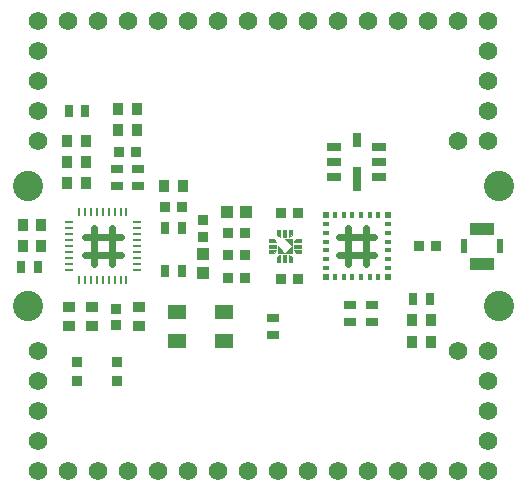
<source format=gts>
G04 #@! TF.GenerationSoftware,KiCad,Pcbnew,5.1.6-c6e7f7d~87~ubuntu18.04.1*
G04 #@! TF.CreationDate,2020-08-27T11:27:32-04:00*
G04 #@! TF.ProjectId,ta-comm,74612d63-6f6d-46d2-9e6b-696361645f70,rev?*
G04 #@! TF.SameCoordinates,Original*
G04 #@! TF.FileFunction,Soldermask,Top*
G04 #@! TF.FilePolarity,Negative*
%FSLAX46Y46*%
G04 Gerber Fmt 4.6, Leading zero omitted, Abs format (unit mm)*
G04 Created by KiCad (PCBNEW 5.1.6-c6e7f7d~87~ubuntu18.04.1) date 2020-08-27 11:27:32*
%MOMM*%
%LPD*%
G01*
G04 APERTURE LIST*
%ADD10C,0.600000*%
%ADD11C,0.025000*%
%ADD12C,1.565400*%
%ADD13R,0.925400X0.825400*%
%ADD14R,0.725400X1.025400*%
%ADD15R,0.825400X0.925400*%
%ADD16R,1.025400X0.725400*%
%ADD17R,0.825400X1.025400*%
%ADD18R,0.785400X0.285400*%
%ADD19R,0.285400X0.785400*%
%ADD20R,0.665400X2.105400*%
%ADD21R,0.665400X1.195400*%
%ADD22R,1.195400X0.665400*%
%ADD23R,0.575400X0.525400*%
%ADD24R,0.575400X0.425400*%
%ADD25R,0.425400X0.575400*%
%ADD26R,0.625400X1.225400*%
%ADD27R,2.025400X1.025400*%
%ADD28C,2.565400*%
%ADD29R,1.025400X1.025400*%
%ADD30R,0.825400X0.825400*%
%ADD31R,1.025400X0.825400*%
%ADD32R,1.525400X1.225400*%
G04 APERTURE END LIST*
D10*
X142150000Y-106500000D02*
X142150000Y-109500000D01*
X140650000Y-106500000D02*
X140650000Y-109500000D01*
X142900000Y-108750000D02*
X139900000Y-108750000D01*
X139900000Y-107250000D02*
X142900000Y-107250000D01*
D11*
G36*
X156030000Y-107875000D02*
G01*
X155450000Y-107875000D01*
X155450000Y-108125000D01*
X156030000Y-108125000D01*
X156030000Y-107875000D01*
G37*
X156030000Y-107875000D02*
X155450000Y-107875000D01*
X155450000Y-108125000D01*
X156030000Y-108125000D01*
X156030000Y-107875000D01*
G36*
X158150000Y-107875000D02*
G01*
X157570000Y-107875000D01*
X157570000Y-108125000D01*
X158150000Y-108125000D01*
X158150000Y-107875000D01*
G37*
X158150000Y-107875000D02*
X157570000Y-107875000D01*
X157570000Y-108125000D01*
X158150000Y-108125000D01*
X158150000Y-107875000D01*
G36*
X156925000Y-109355000D02*
G01*
X156925000Y-108775000D01*
X156675000Y-108775000D01*
X156675000Y-109355000D01*
X156925000Y-109355000D01*
G37*
X156925000Y-109355000D02*
X156925000Y-108775000D01*
X156675000Y-108775000D01*
X156675000Y-109355000D01*
X156925000Y-109355000D01*
G36*
X156925000Y-107230000D02*
G01*
X156925000Y-106650000D01*
X156675000Y-106650000D01*
X156675000Y-107230000D01*
X156925000Y-107230000D01*
G37*
X156925000Y-107230000D02*
X156925000Y-106650000D01*
X156675000Y-106650000D01*
X156675000Y-107230000D01*
X156925000Y-107230000D01*
G36*
X157375000Y-108025000D02*
G01*
X157375000Y-108575000D01*
X156825000Y-108575000D01*
X157375000Y-108025000D01*
G37*
X157375000Y-108025000D02*
X157375000Y-108575000D01*
X156825000Y-108575000D01*
X157375000Y-108025000D01*
G36*
X156775000Y-108575000D02*
G01*
X156225000Y-108575000D01*
X156225000Y-108025000D01*
X156775000Y-108575000D01*
G37*
X156775000Y-108575000D02*
X156225000Y-108575000D01*
X156225000Y-108025000D01*
X156775000Y-108575000D01*
G36*
X156825000Y-107425000D02*
G01*
X157375000Y-107425000D01*
X157375000Y-107975000D01*
X156825000Y-107425000D01*
G37*
X156825000Y-107425000D02*
X157375000Y-107425000D01*
X157375000Y-107975000D01*
X156825000Y-107425000D01*
G36*
X156425000Y-107233000D02*
G01*
X156425000Y-106650000D01*
X156175000Y-106650000D01*
X156175000Y-107083000D01*
X156425000Y-107233000D01*
G37*
X156425000Y-107233000D02*
X156425000Y-106650000D01*
X156175000Y-106650000D01*
X156175000Y-107083000D01*
X156425000Y-107233000D01*
G36*
X157175000Y-107233000D02*
G01*
X157175000Y-106650000D01*
X157425000Y-106650000D01*
X157425000Y-107083000D01*
X157175000Y-107233000D01*
G37*
X157175000Y-107233000D02*
X157175000Y-106650000D01*
X157425000Y-106650000D01*
X157425000Y-107083000D01*
X157175000Y-107233000D01*
G36*
X157567000Y-107625000D02*
G01*
X158150000Y-107625000D01*
X158150000Y-107375000D01*
X157717000Y-107375000D01*
X157567000Y-107625000D01*
G37*
X157567000Y-107625000D02*
X158150000Y-107625000D01*
X158150000Y-107375000D01*
X157717000Y-107375000D01*
X157567000Y-107625000D01*
G36*
X157567000Y-108375000D02*
G01*
X158150000Y-108375000D01*
X158150000Y-108625000D01*
X157717000Y-108625000D01*
X157567000Y-108375000D01*
G37*
X157567000Y-108375000D02*
X158150000Y-108375000D01*
X158150000Y-108625000D01*
X157717000Y-108625000D01*
X157567000Y-108375000D01*
G36*
X157175000Y-108775000D02*
G01*
X157175000Y-109358000D01*
X157425000Y-109358000D01*
X157425000Y-108925000D01*
X157175000Y-108775000D01*
G37*
X157175000Y-108775000D02*
X157175000Y-109358000D01*
X157425000Y-109358000D01*
X157425000Y-108925000D01*
X157175000Y-108775000D01*
G36*
X156425000Y-108775000D02*
G01*
X156425000Y-109358000D01*
X156175000Y-109358000D01*
X156175000Y-108925000D01*
X156425000Y-108775000D01*
G37*
X156425000Y-108775000D02*
X156425000Y-109358000D01*
X156175000Y-109358000D01*
X156175000Y-108925000D01*
X156425000Y-108775000D01*
G36*
X156033000Y-108375000D02*
G01*
X155450000Y-108375000D01*
X155450000Y-108625000D01*
X155883000Y-108625000D01*
X156033000Y-108375000D01*
G37*
X156033000Y-108375000D02*
X155450000Y-108375000D01*
X155450000Y-108625000D01*
X155883000Y-108625000D01*
X156033000Y-108375000D01*
G36*
X156033000Y-107625000D02*
G01*
X155450000Y-107625000D01*
X155450000Y-107375000D01*
X155883000Y-107375000D01*
X156033000Y-107625000D01*
G37*
X156033000Y-107625000D02*
X155450000Y-107625000D01*
X155450000Y-107375000D01*
X155883000Y-107375000D01*
X156033000Y-107625000D01*
D10*
X164400000Y-108750000D02*
X161400000Y-108750000D01*
X164400000Y-107250000D02*
X161400000Y-107250000D01*
X163650000Y-109500000D02*
X163650000Y-106500000D01*
X162150000Y-109500000D02*
X162150000Y-106500000D01*
D12*
X174050000Y-124510000D03*
X174050000Y-121970000D03*
X174050000Y-119430000D03*
X174050000Y-116890000D03*
X171510000Y-116890000D03*
X174050000Y-91490000D03*
X174050000Y-94030000D03*
X174050000Y-96570000D03*
X174050000Y-99110000D03*
X171510000Y-99110000D03*
X135950000Y-124510000D03*
X135950000Y-121970000D03*
X135950000Y-119430000D03*
X135950000Y-116890000D03*
D13*
X149900000Y-107200000D03*
X149900000Y-105800000D03*
D14*
X135900000Y-109800000D03*
X134500000Y-109800000D03*
X139900000Y-96600000D03*
X138500000Y-96600000D03*
D15*
X142800000Y-100000000D03*
X144200000Y-100000000D03*
D16*
X142600000Y-102900000D03*
X142600000Y-101500000D03*
X144400000Y-102900000D03*
X144400000Y-101500000D03*
D13*
X142500000Y-113300000D03*
X142500000Y-114700000D03*
D15*
X146700000Y-104700000D03*
X148100000Y-104700000D03*
D14*
X146700000Y-106500000D03*
X148100000Y-106500000D03*
X146700000Y-110100000D03*
X148100000Y-110100000D03*
D15*
X152000000Y-108800000D03*
X153400000Y-108800000D03*
X152000000Y-106900000D03*
X153400000Y-106900000D03*
X152000000Y-110700000D03*
X153400000Y-110700000D03*
D16*
X155800000Y-115500000D03*
X155800000Y-114100000D03*
D15*
X156500000Y-105200000D03*
X157900000Y-105200000D03*
X156500000Y-110800000D03*
X157900000Y-110800000D03*
D16*
X162300000Y-113000000D03*
X162300000Y-114400000D03*
X164200000Y-113000000D03*
X164200000Y-114400000D03*
D15*
X168200000Y-108000000D03*
X169600000Y-108000000D03*
D14*
X167700000Y-112500000D03*
X169100000Y-112500000D03*
D17*
X138400000Y-99100000D03*
X140000000Y-99100000D03*
D18*
X138500000Y-106000000D03*
X138500000Y-106500000D03*
X138500000Y-107000000D03*
X138500000Y-107500000D03*
X138500000Y-108000000D03*
X138500000Y-108500000D03*
X138500000Y-109000000D03*
X138500000Y-109500000D03*
X138500000Y-110000000D03*
D19*
X139400000Y-110900000D03*
X139900000Y-110900000D03*
X140400000Y-110900000D03*
X140900000Y-110900000D03*
X141400000Y-110900000D03*
X141900000Y-110900000D03*
X142400000Y-110900000D03*
X142900000Y-110900000D03*
X143400000Y-110900000D03*
D18*
X144300000Y-110000000D03*
X144300000Y-109500000D03*
X144300000Y-109000000D03*
X144300000Y-108500000D03*
X144300000Y-108000000D03*
X144300000Y-107500000D03*
X144300000Y-107000000D03*
X144300000Y-106500000D03*
X144300000Y-106000000D03*
D19*
X143400000Y-105100000D03*
X142900000Y-105100000D03*
X142400000Y-105100000D03*
X141900000Y-105100000D03*
X141400000Y-105100000D03*
X140900000Y-105100000D03*
X140400000Y-105100000D03*
X139900000Y-105100000D03*
X139400000Y-105100000D03*
D20*
X162900000Y-102360000D03*
D21*
X162900000Y-98985000D03*
D22*
X160985000Y-102170000D03*
X160985000Y-100900000D03*
X160985000Y-99630000D03*
X164815000Y-99630000D03*
X164815000Y-100900000D03*
X164815000Y-102170000D03*
D23*
X165525000Y-110650000D03*
D24*
X165525000Y-109875000D03*
X165525000Y-109125000D03*
X165525000Y-108375000D03*
X165525000Y-107625000D03*
X165525000Y-106875000D03*
X165525000Y-106125000D03*
D23*
X165525000Y-105350000D03*
D25*
X164713000Y-105375000D03*
X163988000Y-105375000D03*
X163263000Y-105375000D03*
X162537000Y-105375000D03*
X161812000Y-105375000D03*
X161087000Y-105375000D03*
D23*
X160275000Y-105350000D03*
D24*
X160275000Y-106125000D03*
X160275000Y-106875000D03*
X160275000Y-107625000D03*
X160275000Y-108375000D03*
X160275000Y-109125000D03*
X160275000Y-109875000D03*
D23*
X160275000Y-110650000D03*
D25*
X161087000Y-110625000D03*
X161812000Y-110625000D03*
X162537000Y-110625000D03*
X163263000Y-110625000D03*
X163988000Y-110625000D03*
X164713000Y-110625000D03*
D12*
X174050000Y-88950000D03*
X171510000Y-88950000D03*
X168970000Y-88950000D03*
X166430000Y-88950000D03*
X163890000Y-88950000D03*
X161350000Y-88950000D03*
X158810000Y-88950000D03*
X156270000Y-88950000D03*
X153730000Y-88950000D03*
X151190000Y-88950000D03*
X148650000Y-88950000D03*
X146110000Y-88950000D03*
X143570000Y-88950000D03*
X141030000Y-88950000D03*
X138490000Y-88950000D03*
X135950000Y-88950000D03*
X174050000Y-127050000D03*
X171510000Y-127050000D03*
X168970000Y-127050000D03*
X166430000Y-127050000D03*
X163890000Y-127050000D03*
X161350000Y-127050000D03*
X158810000Y-127050000D03*
X156270000Y-127050000D03*
X153730000Y-127050000D03*
X151190000Y-127050000D03*
X148650000Y-127050000D03*
X146110000Y-127050000D03*
X143570000Y-127050000D03*
X141030000Y-127050000D03*
X138490000Y-127050000D03*
X135950000Y-127050000D03*
X135950000Y-91490000D03*
X135950000Y-94030000D03*
X135950000Y-96570000D03*
X135950000Y-99110000D03*
D26*
X171980000Y-108000000D03*
D27*
X173500000Y-109480000D03*
D26*
X175020000Y-108000000D03*
D27*
X173500000Y-106520000D03*
D28*
X174960000Y-113080000D03*
X135040000Y-113080000D03*
X174960000Y-102920000D03*
X135040000Y-102920000D03*
D29*
X149900000Y-108700000D03*
X149900000Y-110300000D03*
X151900000Y-105100000D03*
X153500000Y-105100000D03*
D30*
X139200000Y-119400000D03*
X139200000Y-117800000D03*
X142600000Y-119400000D03*
X142600000Y-117800000D03*
D17*
X136200000Y-106200000D03*
X134600000Y-106200000D03*
X136200000Y-108000000D03*
X134600000Y-108000000D03*
X140000000Y-100900000D03*
X138400000Y-100900000D03*
X140000000Y-102700000D03*
X138400000Y-102700000D03*
D31*
X138500000Y-113200000D03*
X138500000Y-114800000D03*
X140500000Y-113200000D03*
X140500000Y-114800000D03*
D17*
X142700000Y-96400000D03*
X144300000Y-96400000D03*
X144300000Y-98200000D03*
X142700000Y-98200000D03*
D31*
X144500000Y-113200000D03*
X144500000Y-114800000D03*
D17*
X146600000Y-102900000D03*
X148200000Y-102900000D03*
X167600000Y-114300000D03*
X169200000Y-114300000D03*
X169200000Y-116100000D03*
X167600000Y-116100000D03*
D32*
X151700000Y-113600000D03*
X147700000Y-113600000D03*
X147700000Y-116000000D03*
X151700000Y-116000000D03*
M02*

</source>
